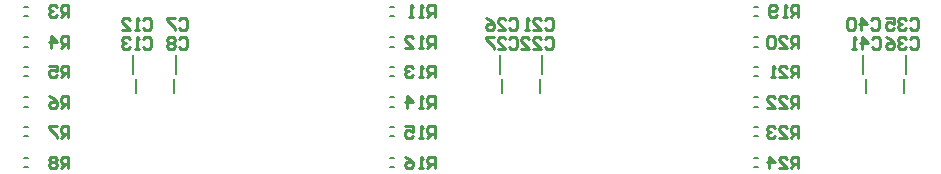
<source format=gbo>
G04*
G04 #@! TF.GenerationSoftware,Altium Limited,Altium Designer,18.0.12 (696)*
G04*
G04 Layer_Color=32896*
%FSAX43Y43*%
%MOMM*%
G71*
G01*
G75*
%ADD12C,0.200*%
%ADD14C,0.254*%
D12*
X0093200Y0017600D02*
X0093600D01*
X0093200Y0016800D02*
X0093600D01*
X0093200Y0020200D02*
X0093600D01*
X0093200Y0019400D02*
X0093600D01*
X0093200Y0022700D02*
X0093600D01*
X0093200Y0021900D02*
X0093600D01*
X0093200Y0025300D02*
X0093600D01*
X0093200Y0024500D02*
X0093600D01*
X0093200Y0027800D02*
X0093600D01*
X0093200Y0027000D02*
X0093600D01*
X0093200Y0030400D02*
X0093600D01*
X0093200Y0029600D02*
X0093600D01*
X0102700Y0023100D02*
Y0024300D01*
X0102500Y0024700D02*
Y0026300D01*
X0105900Y0023100D02*
Y0024300D01*
X0106100Y0024700D02*
Y0026300D01*
X0075300Y0024700D02*
Y0026300D01*
X0075100Y0023100D02*
Y0024300D01*
X0071700Y0024700D02*
Y0026300D01*
X0071900Y0023100D02*
Y0024300D01*
X0062400Y0030400D02*
X0062800D01*
X0062400Y0029600D02*
X0062800D01*
X0062400Y0027800D02*
X0062800D01*
X0062400Y0027000D02*
X0062800D01*
X0062400Y0025300D02*
X0062800D01*
X0062400Y0024500D02*
X0062800D01*
X0062400Y0022700D02*
X0062800D01*
X0062400Y0021900D02*
X0062800D01*
X0062400Y0020200D02*
X0062800D01*
X0062400Y0019400D02*
X0062800D01*
X0062400Y0017600D02*
X0062800D01*
X0062400Y0016800D02*
X0062800D01*
X0031400Y0021900D02*
X0031800D01*
X0031400Y0022700D02*
X0031800D01*
X0031400Y0019400D02*
X0031800D01*
X0031400Y0020200D02*
X0031800D01*
X0031400Y0029600D02*
X0031800D01*
X0031400Y0030400D02*
X0031800D01*
X0031400Y0016800D02*
X0031800D01*
X0031400Y0017600D02*
X0031800D01*
X0031400Y0024500D02*
X0031800D01*
X0031400Y0025300D02*
X0031800D01*
X0031400Y0027000D02*
X0031800D01*
X0031400Y0027800D02*
X0031800D01*
X0044100Y0023100D02*
Y0024300D01*
X0044300Y0024700D02*
Y0026300D01*
X0040900Y0023100D02*
Y0024300D01*
X0040700Y0024700D02*
Y0026300D01*
D14*
X0097000Y0016700D02*
Y0017700D01*
X0096500D01*
X0096334Y0017533D01*
Y0017200D01*
X0096500Y0017033D01*
X0097000D01*
X0096667D02*
X0096334Y0016700D01*
X0095334D02*
X0096000D01*
X0095334Y0017366D01*
Y0017533D01*
X0095500Y0017700D01*
X0095834D01*
X0096000Y0017533D01*
X0094501Y0016700D02*
Y0017700D01*
X0095001Y0017200D01*
X0094334D01*
X0097000Y0019300D02*
Y0020300D01*
X0096500D01*
X0096334Y0020133D01*
Y0019800D01*
X0096500Y0019633D01*
X0097000D01*
X0096667D02*
X0096334Y0019300D01*
X0095334D02*
X0096000D01*
X0095334Y0019966D01*
Y0020133D01*
X0095500Y0020300D01*
X0095834D01*
X0096000Y0020133D01*
X0095001D02*
X0094834Y0020300D01*
X0094501D01*
X0094334Y0020133D01*
Y0019966D01*
X0094501Y0019800D01*
X0094667D01*
X0094501D01*
X0094334Y0019633D01*
Y0019467D01*
X0094501Y0019300D01*
X0094834D01*
X0095001Y0019467D01*
X0097000Y0021800D02*
Y0022800D01*
X0096500D01*
X0096334Y0022633D01*
Y0022300D01*
X0096500Y0022133D01*
X0097000D01*
X0096667D02*
X0096334Y0021800D01*
X0095334D02*
X0096000D01*
X0095334Y0022466D01*
Y0022633D01*
X0095500Y0022800D01*
X0095834D01*
X0096000Y0022633D01*
X0094334Y0021800D02*
X0095001D01*
X0094334Y0022466D01*
Y0022633D01*
X0094501Y0022800D01*
X0094834D01*
X0095001Y0022633D01*
X0097000Y0024400D02*
Y0025400D01*
X0096500D01*
X0096334Y0025233D01*
Y0024900D01*
X0096500Y0024733D01*
X0097000D01*
X0096667D02*
X0096334Y0024400D01*
X0095334D02*
X0096000D01*
X0095334Y0025066D01*
Y0025233D01*
X0095500Y0025400D01*
X0095834D01*
X0096000Y0025233D01*
X0095001Y0024400D02*
X0094667D01*
X0094834D01*
Y0025400D01*
X0095001Y0025233D01*
X0097000Y0026900D02*
Y0027900D01*
X0096500D01*
X0096334Y0027733D01*
Y0027400D01*
X0096500Y0027233D01*
X0097000D01*
X0096667D02*
X0096334Y0026900D01*
X0095334D02*
X0096000D01*
X0095334Y0027566D01*
Y0027733D01*
X0095500Y0027900D01*
X0095834D01*
X0096000Y0027733D01*
X0095001D02*
X0094834Y0027900D01*
X0094501D01*
X0094334Y0027733D01*
Y0027067D01*
X0094501Y0026900D01*
X0094834D01*
X0095001Y0027067D01*
Y0027733D01*
X0097000Y0029500D02*
Y0030500D01*
X0096500D01*
X0096334Y0030333D01*
Y0030000D01*
X0096500Y0029833D01*
X0097000D01*
X0096667D02*
X0096334Y0029500D01*
X0096000D02*
X0095667D01*
X0095834D01*
Y0030500D01*
X0096000Y0030333D01*
X0095167Y0029667D02*
X0095001Y0029500D01*
X0094667D01*
X0094501Y0029667D01*
Y0030333D01*
X0094667Y0030500D01*
X0095001D01*
X0095167Y0030333D01*
Y0030166D01*
X0095001Y0030000D01*
X0094501D01*
X0103234Y0027633D02*
X0103400Y0027800D01*
X0103733D01*
X0103900Y0027633D01*
Y0026967D01*
X0103733Y0026800D01*
X0103400D01*
X0103234Y0026967D01*
X0102400Y0026800D02*
Y0027800D01*
X0102900Y0027300D01*
X0102234D01*
X0101901Y0026800D02*
X0101567D01*
X0101734D01*
Y0027800D01*
X0101901Y0027633D01*
X0103134Y0029233D02*
X0103300Y0029400D01*
X0103633D01*
X0103800Y0029233D01*
Y0028567D01*
X0103633Y0028400D01*
X0103300D01*
X0103134Y0028567D01*
X0102300Y0028400D02*
Y0029400D01*
X0102800Y0028900D01*
X0102134D01*
X0101801Y0029233D02*
X0101634Y0029400D01*
X0101301D01*
X0101134Y0029233D01*
Y0028567D01*
X0101301Y0028400D01*
X0101634D01*
X0101801Y0028567D01*
Y0029233D01*
X0106434Y0027633D02*
X0106600Y0027800D01*
X0106933D01*
X0107100Y0027633D01*
Y0026967D01*
X0106933Y0026800D01*
X0106600D01*
X0106434Y0026967D01*
X0106100Y0027633D02*
X0105934Y0027800D01*
X0105600D01*
X0105434Y0027633D01*
Y0027466D01*
X0105600Y0027300D01*
X0105767D01*
X0105600D01*
X0105434Y0027133D01*
Y0026967D01*
X0105600Y0026800D01*
X0105934D01*
X0106100Y0026967D01*
X0104434Y0027800D02*
X0104767Y0027633D01*
X0105101Y0027300D01*
Y0026967D01*
X0104934Y0026800D01*
X0104601D01*
X0104434Y0026967D01*
Y0027133D01*
X0104601Y0027300D01*
X0105101D01*
X0106434Y0029233D02*
X0106600Y0029400D01*
X0106933D01*
X0107100Y0029233D01*
Y0028567D01*
X0106933Y0028400D01*
X0106600D01*
X0106434Y0028567D01*
X0106100Y0029233D02*
X0105934Y0029400D01*
X0105600D01*
X0105434Y0029233D01*
Y0029066D01*
X0105600Y0028900D01*
X0105767D01*
X0105600D01*
X0105434Y0028733D01*
Y0028567D01*
X0105600Y0028400D01*
X0105934D01*
X0106100Y0028567D01*
X0104434Y0029400D02*
X0105101D01*
Y0028900D01*
X0104767Y0029066D01*
X0104601D01*
X0104434Y0028900D01*
Y0028567D01*
X0104601Y0028400D01*
X0104934D01*
X0105101Y0028567D01*
X0075534Y0029233D02*
X0075700Y0029400D01*
X0076033D01*
X0076200Y0029233D01*
Y0028567D01*
X0076033Y0028400D01*
X0075700D01*
X0075534Y0028567D01*
X0074534Y0028400D02*
X0075200D01*
X0074534Y0029066D01*
Y0029233D01*
X0074700Y0029400D01*
X0075034D01*
X0075200Y0029233D01*
X0074201Y0028400D02*
X0073867D01*
X0074034D01*
Y0029400D01*
X0074201Y0029233D01*
X0075534Y0027633D02*
X0075700Y0027800D01*
X0076033D01*
X0076200Y0027633D01*
Y0026967D01*
X0076033Y0026800D01*
X0075700D01*
X0075534Y0026967D01*
X0074534Y0026800D02*
X0075200D01*
X0074534Y0027466D01*
Y0027633D01*
X0074700Y0027800D01*
X0075034D01*
X0075200Y0027633D01*
X0073534Y0026800D02*
X0074201D01*
X0073534Y0027466D01*
Y0027633D01*
X0073701Y0027800D01*
X0074034D01*
X0074201Y0027633D01*
X0072534Y0029233D02*
X0072700Y0029400D01*
X0073033D01*
X0073200Y0029233D01*
Y0028567D01*
X0073033Y0028400D01*
X0072700D01*
X0072534Y0028567D01*
X0071534Y0028400D02*
X0072200D01*
X0071534Y0029066D01*
Y0029233D01*
X0071700Y0029400D01*
X0072034D01*
X0072200Y0029233D01*
X0070534Y0029400D02*
X0070867Y0029233D01*
X0071201Y0028900D01*
Y0028567D01*
X0071034Y0028400D01*
X0070701D01*
X0070534Y0028567D01*
Y0028733D01*
X0070701Y0028900D01*
X0071201D01*
X0072534Y0027633D02*
X0072700Y0027800D01*
X0073033D01*
X0073200Y0027633D01*
Y0026967D01*
X0073033Y0026800D01*
X0072700D01*
X0072534Y0026967D01*
X0071534Y0026800D02*
X0072200D01*
X0071534Y0027466D01*
Y0027633D01*
X0071700Y0027800D01*
X0072034D01*
X0072200Y0027633D01*
X0071201Y0027800D02*
X0070534D01*
Y0027633D01*
X0071201Y0026967D01*
Y0026800D01*
X0066200Y0029500D02*
Y0030500D01*
X0065700D01*
X0065534Y0030333D01*
Y0030000D01*
X0065700Y0029833D01*
X0066200D01*
X0065867D02*
X0065534Y0029500D01*
X0065200D02*
X0064867D01*
X0065034D01*
Y0030500D01*
X0065200Y0030333D01*
X0064367Y0029500D02*
X0064034D01*
X0064201D01*
Y0030500D01*
X0064367Y0030333D01*
X0066200Y0026900D02*
Y0027900D01*
X0065700D01*
X0065534Y0027733D01*
Y0027400D01*
X0065700Y0027233D01*
X0066200D01*
X0065867D02*
X0065534Y0026900D01*
X0065200D02*
X0064867D01*
X0065034D01*
Y0027900D01*
X0065200Y0027733D01*
X0063701Y0026900D02*
X0064367D01*
X0063701Y0027566D01*
Y0027733D01*
X0063867Y0027900D01*
X0064201D01*
X0064367Y0027733D01*
X0066200Y0024400D02*
Y0025400D01*
X0065700D01*
X0065534Y0025233D01*
Y0024900D01*
X0065700Y0024733D01*
X0066200D01*
X0065867D02*
X0065534Y0024400D01*
X0065200D02*
X0064867D01*
X0065034D01*
Y0025400D01*
X0065200Y0025233D01*
X0064367D02*
X0064201Y0025400D01*
X0063867D01*
X0063701Y0025233D01*
Y0025066D01*
X0063867Y0024900D01*
X0064034D01*
X0063867D01*
X0063701Y0024733D01*
Y0024567D01*
X0063867Y0024400D01*
X0064201D01*
X0064367Y0024567D01*
X0066200Y0021800D02*
Y0022800D01*
X0065700D01*
X0065534Y0022633D01*
Y0022300D01*
X0065700Y0022133D01*
X0066200D01*
X0065867D02*
X0065534Y0021800D01*
X0065200D02*
X0064867D01*
X0065034D01*
Y0022800D01*
X0065200Y0022633D01*
X0063867Y0021800D02*
Y0022800D01*
X0064367Y0022300D01*
X0063701D01*
X0066200Y0019300D02*
Y0020300D01*
X0065700D01*
X0065534Y0020133D01*
Y0019800D01*
X0065700Y0019633D01*
X0066200D01*
X0065867D02*
X0065534Y0019300D01*
X0065200D02*
X0064867D01*
X0065034D01*
Y0020300D01*
X0065200Y0020133D01*
X0063701Y0020300D02*
X0064367D01*
Y0019800D01*
X0064034Y0019966D01*
X0063867D01*
X0063701Y0019800D01*
Y0019467D01*
X0063867Y0019300D01*
X0064201D01*
X0064367Y0019467D01*
X0066200Y0016700D02*
Y0017700D01*
X0065700D01*
X0065534Y0017533D01*
Y0017200D01*
X0065700Y0017033D01*
X0066200D01*
X0065867D02*
X0065534Y0016700D01*
X0065200D02*
X0064867D01*
X0065034D01*
Y0017700D01*
X0065200Y0017533D01*
X0063701Y0017700D02*
X0064034Y0017533D01*
X0064367Y0017200D01*
Y0016867D01*
X0064201Y0016700D01*
X0063867D01*
X0063701Y0016867D01*
Y0017033D01*
X0063867Y0017200D01*
X0064367D01*
X0035200Y0016700D02*
Y0017700D01*
X0034700D01*
X0034534Y0017533D01*
Y0017200D01*
X0034700Y0017033D01*
X0035200D01*
X0034867D02*
X0034534Y0016700D01*
X0034200Y0017533D02*
X0034034Y0017700D01*
X0033700D01*
X0033534Y0017533D01*
Y0017366D01*
X0033700Y0017200D01*
X0033534Y0017033D01*
Y0016867D01*
X0033700Y0016700D01*
X0034034D01*
X0034200Y0016867D01*
Y0017033D01*
X0034034Y0017200D01*
X0034200Y0017366D01*
Y0017533D01*
X0034034Y0017200D02*
X0033700D01*
X0035200Y0019300D02*
Y0020300D01*
X0034700D01*
X0034534Y0020133D01*
Y0019800D01*
X0034700Y0019633D01*
X0035200D01*
X0034867D02*
X0034534Y0019300D01*
X0034200Y0020300D02*
X0033534D01*
Y0020133D01*
X0034200Y0019467D01*
Y0019300D01*
X0035200Y0021800D02*
Y0022800D01*
X0034700D01*
X0034534Y0022633D01*
Y0022300D01*
X0034700Y0022133D01*
X0035200D01*
X0034867D02*
X0034534Y0021800D01*
X0033534Y0022800D02*
X0033867Y0022633D01*
X0034200Y0022300D01*
Y0021967D01*
X0034034Y0021800D01*
X0033700D01*
X0033534Y0021967D01*
Y0022133D01*
X0033700Y0022300D01*
X0034200D01*
X0035200Y0024400D02*
Y0025400D01*
X0034700D01*
X0034534Y0025233D01*
Y0024900D01*
X0034700Y0024733D01*
X0035200D01*
X0034867D02*
X0034534Y0024400D01*
X0033534Y0025400D02*
X0034200D01*
Y0024900D01*
X0033867Y0025066D01*
X0033700D01*
X0033534Y0024900D01*
Y0024567D01*
X0033700Y0024400D01*
X0034034D01*
X0034200Y0024567D01*
X0035200Y0026900D02*
Y0027900D01*
X0034700D01*
X0034534Y0027733D01*
Y0027400D01*
X0034700Y0027233D01*
X0035200D01*
X0034867D02*
X0034534Y0026900D01*
X0033700D02*
Y0027900D01*
X0034200Y0027400D01*
X0033534D01*
X0035200Y0029500D02*
Y0030500D01*
X0034700D01*
X0034534Y0030333D01*
Y0030000D01*
X0034700Y0029833D01*
X0035200D01*
X0034867D02*
X0034534Y0029500D01*
X0034200Y0030333D02*
X0034034Y0030500D01*
X0033700D01*
X0033534Y0030333D01*
Y0030166D01*
X0033700Y0030000D01*
X0033867D01*
X0033700D01*
X0033534Y0029833D01*
Y0029667D01*
X0033700Y0029500D01*
X0034034D01*
X0034200Y0029667D01*
X0041534Y0027633D02*
X0041700Y0027800D01*
X0042033D01*
X0042200Y0027633D01*
Y0026967D01*
X0042033Y0026800D01*
X0041700D01*
X0041534Y0026967D01*
X0041200Y0026800D02*
X0040867D01*
X0041034D01*
Y0027800D01*
X0041200Y0027633D01*
X0040367D02*
X0040201Y0027800D01*
X0039867D01*
X0039701Y0027633D01*
Y0027466D01*
X0039867Y0027300D01*
X0040034D01*
X0039867D01*
X0039701Y0027133D01*
Y0026967D01*
X0039867Y0026800D01*
X0040201D01*
X0040367Y0026967D01*
X0041534Y0029233D02*
X0041700Y0029400D01*
X0042033D01*
X0042200Y0029233D01*
Y0028567D01*
X0042033Y0028400D01*
X0041700D01*
X0041534Y0028567D01*
X0041200Y0028400D02*
X0040867D01*
X0041034D01*
Y0029400D01*
X0041200Y0029233D01*
X0039701Y0028400D02*
X0040367D01*
X0039701Y0029066D01*
Y0029233D01*
X0039867Y0029400D01*
X0040201D01*
X0040367Y0029233D01*
X0044534Y0027633D02*
X0044700Y0027800D01*
X0045033D01*
X0045200Y0027633D01*
Y0026967D01*
X0045033Y0026800D01*
X0044700D01*
X0044534Y0026967D01*
X0044200Y0027633D02*
X0044034Y0027800D01*
X0043700D01*
X0043534Y0027633D01*
Y0027466D01*
X0043700Y0027300D01*
X0043534Y0027133D01*
Y0026967D01*
X0043700Y0026800D01*
X0044034D01*
X0044200Y0026967D01*
Y0027133D01*
X0044034Y0027300D01*
X0044200Y0027466D01*
Y0027633D01*
X0044034Y0027300D02*
X0043700D01*
X0044534Y0029233D02*
X0044700Y0029400D01*
X0045033D01*
X0045200Y0029233D01*
Y0028567D01*
X0045033Y0028400D01*
X0044700D01*
X0044534Y0028567D01*
X0044200Y0029400D02*
X0043534D01*
Y0029233D01*
X0044200Y0028567D01*
Y0028400D01*
M02*

</source>
